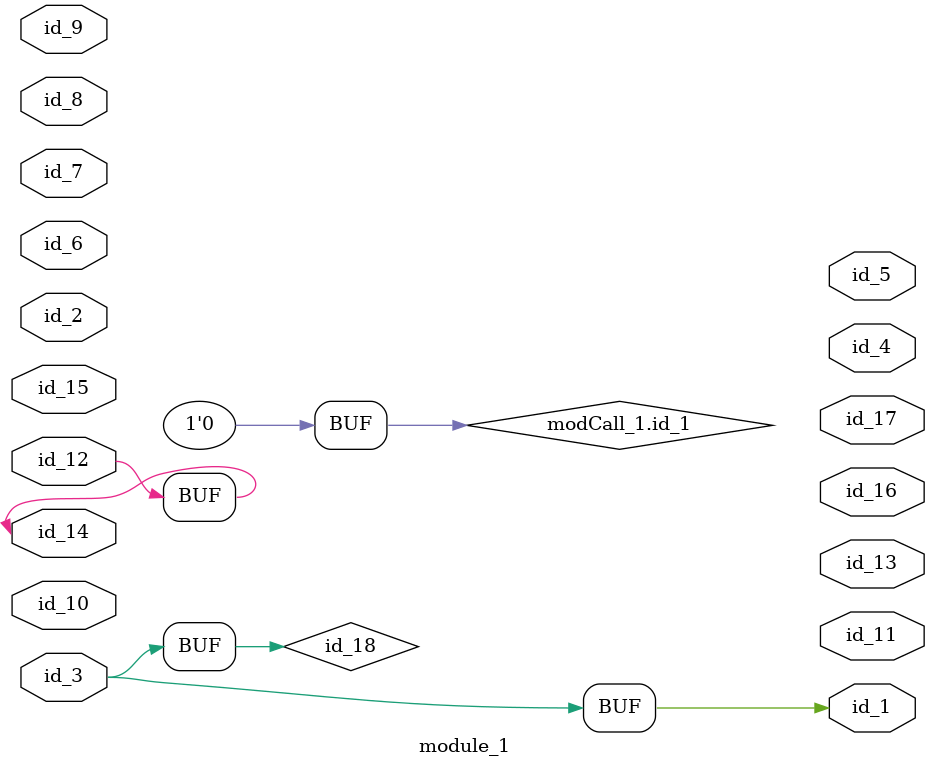
<source format=v>
module module_0;
  assign id_1 = 1'b0;
endmodule
module module_1 (
    id_1,
    id_2,
    id_3,
    id_4,
    id_5,
    id_6,
    id_7,
    id_8,
    id_9,
    id_10,
    id_11,
    id_12,
    id_13,
    id_14,
    id_15,
    id_16,
    id_17
);
  output wire id_17;
  output wire id_16;
  input wire id_15;
  inout wire id_14;
  output wire id_13;
  inout wire id_12;
  output wire id_11;
  inout wire id_10;
  input wire id_9;
  input wire id_8;
  input wire id_7;
  inout wire id_6;
  output wire id_5;
  output wire id_4;
  inout wire id_3;
  inout wire id_2;
  output wire id_1;
  wire id_18;
  wire id_19;
  assign id_1 = id_3;
  module_0 modCall_1 ();
  assign modCall_1.id_1 = 0;
  wire id_20;
  assign id_14 = id_12;
  generate
    assign id_3 = id_18;
  endgenerate
endmodule

</source>
